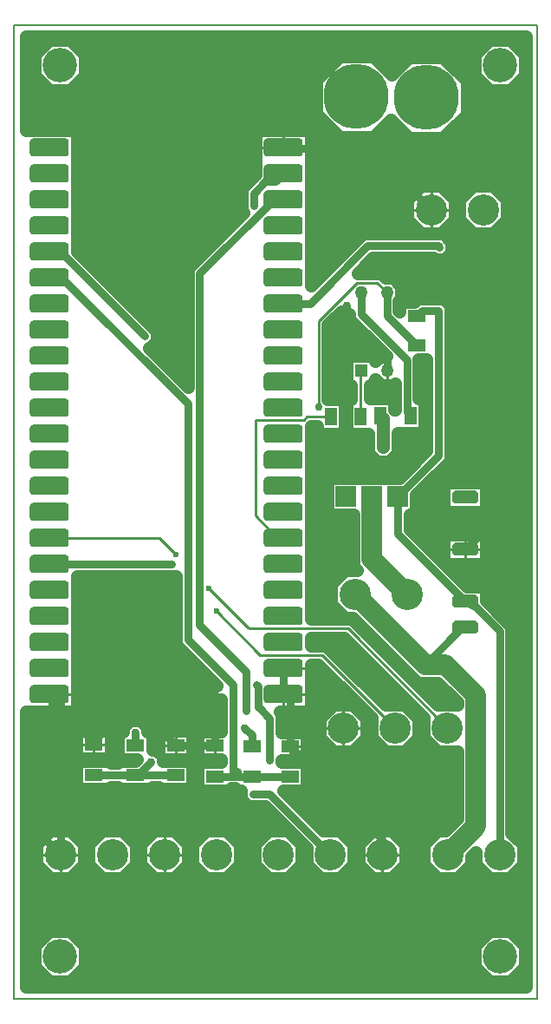
<source format=gbr>
G04 PROTEUS GERBER X2 FILE*
%TF.GenerationSoftware,Labcenter,Proteus,8.13-SP0-Build31525*%
%TF.CreationDate,2024-05-12T14:24:26+00:00*%
%TF.FileFunction,Copper,L2,Bot*%
%TF.FilePolarity,Positive*%
%TF.Part,Single*%
%TF.SameCoordinates,{a0f7e056-3ba2-47e4-9380-b7f19c802b0c}*%
%FSLAX45Y45*%
%MOMM*%
G01*
%TA.AperFunction,Conductor*%
%ADD10C,0.762000*%
%ADD11C,0.279400*%
%ADD23C,2.032000*%
%ADD12C,1.270000*%
%TA.AperFunction,ViaPad*%
%ADD13C,0.762000*%
%ADD14C,0.600000*%
%TA.AperFunction,Conductor*%
%ADD15C,0.254000*%
%AMPPAD006*
4,1,36,
-1.905000,-0.584200,
-1.905000,0.584200,
-1.898940,0.646520,
-1.881490,0.704160,
-1.853770,0.755980,
-1.816890,0.800890,
-1.771980,0.837760,
-1.720160,0.865480,
-1.662520,0.882930,
-1.600200,0.889000,
1.600200,0.889000,
1.662520,0.882930,
1.720160,0.865480,
1.771980,0.837760,
1.816890,0.800890,
1.853770,0.755980,
1.881490,0.704160,
1.898940,0.646520,
1.905000,0.584200,
1.905000,-0.584200,
1.898940,-0.646520,
1.881490,-0.704160,
1.853770,-0.755980,
1.816890,-0.800890,
1.771980,-0.837760,
1.720160,-0.865480,
1.662520,-0.882930,
1.600200,-0.889000,
-1.600200,-0.889000,
-1.662520,-0.882930,
-1.720160,-0.865480,
-1.771980,-0.837760,
-1.816890,-0.800890,
-1.853770,-0.755980,
-1.881490,-0.704160,
-1.898940,-0.646520,
-1.905000,-0.584200,
0*%
%TA.AperFunction,ComponentPad*%
%ADD16PPAD006*%
%TA.AperFunction,ComponentPad*%
%ADD17C,3.048000*%
%TA.AperFunction,SMDPad,CuDef*%
%ADD24R,1.803400X1.143000*%
%AMDIL008*
4,1,8,
-1.270000,0.381000,-1.016000,0.635000,1.016000,0.635000,1.270000,0.381000,1.270000,-0.381000,
1.016000,-0.635000,-1.016000,-0.635000,-1.270000,-0.381000,-1.270000,0.381000,
0*%
%TA.AperFunction,ComponentPad*%
%ADD18DIL008*%
%TA.AperFunction,ComponentPad*%
%ADD19R,2.032000X2.032000*%
%TA.AperFunction,ComponentPad*%
%ADD70R,1.270000X1.270000*%
%ADD71C,1.270000*%
%TA.AperFunction,SMDPad,CuDef*%
%ADD25R,1.143000X1.803400*%
%TA.AperFunction,OtherPad,Unknown*%
%ADD20C,3.352800*%
%ADD21C,6.350000*%
%TA.AperFunction,Profile*%
%ADD22C,0.203200*%
%TD.AperFunction*%
G36*
X+3002940Y-3238240D02*
X-1883540Y-3238240D01*
X-1883540Y-548639D01*
X-1381761Y-548639D01*
X-1381761Y+772161D01*
X-416839Y+772161D01*
X-416839Y+101605D01*
X-15585Y-299649D01*
X-70616Y-299649D01*
X-116600Y-345633D01*
X-116600Y-410665D01*
X-70616Y-456649D01*
X-5584Y-456649D01*
X+22861Y-428204D01*
X+22861Y-745211D01*
X-207009Y-745211D01*
X-207009Y-1016989D01*
X+22861Y-1016989D01*
X+22861Y-1045211D01*
X-207009Y-1045211D01*
X-207009Y-1316989D01*
X+130809Y-1316989D01*
X+130809Y-1297939D01*
X+161291Y-1297939D01*
X+161291Y-1316989D01*
X+218903Y-1316989D01*
X+218903Y-1402366D01*
X+287346Y-1470809D01*
X+454675Y-1470809D01*
X+861061Y-1877195D01*
X+861061Y-2038841D01*
X+996459Y-2174239D01*
X+1187941Y-2174239D01*
X+1323339Y-2038841D01*
X+1323339Y-1847359D01*
X+1187941Y-1711961D01*
X+1026295Y-1711961D01*
X+631323Y-1316989D01*
X+867409Y-1316989D01*
X+867409Y-1045211D01*
X+615535Y-1045211D01*
X+615535Y-1026989D01*
X+867409Y-1026989D01*
X+867409Y-755211D01*
X+615535Y-755211D01*
X+615535Y-567124D01*
X+597050Y-548639D01*
X+904239Y-548639D01*
X+904239Y-89478D01*
X+976368Y-89478D01*
X+1499005Y-612115D01*
X+1496861Y-614259D01*
X+1496861Y-805741D01*
X+1632259Y-941139D01*
X+1823741Y-941139D01*
X+1959139Y-805741D01*
X+1959139Y-614259D01*
X+1823741Y-478861D01*
X+1632259Y-478861D01*
X+1630115Y-481005D01*
X+1053170Y+95940D01*
X+904239Y+95940D01*
X+904239Y+166454D01*
X+1228436Y+166454D01*
X+2007005Y-612115D01*
X+2004861Y-614259D01*
X+2004861Y-805741D01*
X+2140259Y-941139D01*
X+2331741Y-941139D01*
X+2334898Y-937982D01*
X+2334898Y-1593066D01*
X+2216003Y-1711961D01*
X+2144159Y-1711961D01*
X+2008761Y-1847359D01*
X+2008761Y-2038841D01*
X+2144159Y-2174239D01*
X+2335641Y-2174239D01*
X+2471039Y-2038841D01*
X+2471039Y-1966997D01*
X+2516761Y-1921275D01*
X+2516761Y-2038841D01*
X+2652159Y-2174239D01*
X+2843641Y-2174239D01*
X+2979039Y-2038841D01*
X+2979039Y-1847359D01*
X+2864739Y-1733059D01*
X+2864739Y+282071D01*
X+2615239Y+531571D01*
X+2615239Y+668339D01*
X+2432495Y+668339D01*
X+2208973Y+891861D01*
X+2615239Y+891861D01*
X+2615239Y+1176339D01*
X+2203761Y+1176339D01*
X+2203761Y+897073D01*
X+1869439Y+1231395D01*
X+1869439Y+1369061D01*
X+1932939Y+1369061D01*
X+1932939Y+1564505D01*
X+2266839Y+1898405D01*
X+2266839Y+3408395D01*
X+2198395Y+3476839D01*
X+1940005Y+3476839D01*
X+1910305Y+3447139D01*
X+1770741Y+3447139D01*
X+1770741Y+3355393D01*
X+1764389Y+3361745D01*
X+1764389Y+3455533D01*
X+1789789Y+3480933D01*
X+1789789Y+3598767D01*
X+1706467Y+3682089D01*
X+1636421Y+3682089D01*
X+1589603Y+3728907D01*
X+1360460Y+3728907D01*
X+1508676Y+3877123D01*
X+2100296Y+3877123D01*
X+2114538Y+3862881D01*
X+2211330Y+3862881D01*
X+2279772Y+3931323D01*
X+2279772Y+4028115D01*
X+2197086Y+4110801D01*
X+1411886Y+4110801D01*
X+904239Y+3603154D01*
X+904239Y+5120639D01*
X+365761Y+5120639D01*
X+365761Y+4691545D01*
X+227075Y+4552859D01*
X+227075Y+4339286D01*
X+246802Y+4319559D01*
X-300000Y+3772757D01*
X-300000Y+2617732D01*
X-677590Y+2995322D01*
X-670123Y+2995322D01*
X-601680Y+3063765D01*
X-601680Y+3160557D01*
X-670124Y+3229000D01*
X-1381761Y+3940637D01*
X-1381761Y+5120639D01*
X-1883540Y+5120639D01*
X-1883540Y+6038240D01*
X+3002940Y+6038240D01*
X+3002940Y-3238240D01*
G37*
%LPC*%
G36*
X+210439Y-1847359D02*
X+210439Y-2038841D01*
X+75041Y-2174239D01*
X-116441Y-2174239D01*
X-251839Y-2038841D01*
X-251839Y-1847359D01*
X-116441Y-1711961D01*
X+75041Y-1711961D01*
X+210439Y-1847359D01*
G37*
G36*
X-297561Y-1847359D02*
X-297561Y-2038841D01*
X-432959Y-2174239D01*
X-624441Y-2174239D01*
X-759839Y-2038841D01*
X-759839Y-1847359D01*
X-624441Y-1711961D01*
X-432959Y-1711961D01*
X-297561Y-1847359D01*
G37*
G36*
X-805561Y-1847359D02*
X-805561Y-2038841D01*
X-940959Y-2174239D01*
X-1132441Y-2174239D01*
X-1267839Y-2038841D01*
X-1267839Y-1847359D01*
X-1132441Y-1711961D01*
X-940959Y-1711961D01*
X-805561Y-1847359D01*
G37*
G36*
X-1313561Y-1847359D02*
X-1313561Y-2038841D01*
X-1448959Y-2174239D01*
X-1640441Y-2174239D01*
X-1775839Y-2038841D01*
X-1775839Y-1847359D01*
X-1640441Y-1711961D01*
X-1448959Y-1711961D01*
X-1313561Y-1847359D01*
G37*
G36*
X-695961Y-700904D02*
X-695961Y-742511D01*
X-643891Y-742511D01*
X-643891Y-924561D01*
X-612004Y-924561D01*
X-588009Y-948556D01*
X-588009Y-740411D01*
X-250191Y-740411D01*
X-250191Y-1012189D01*
X-543561Y-1012189D01*
X-543561Y-1030411D01*
X-250191Y-1030411D01*
X-250191Y-1302189D01*
X-588009Y-1302189D01*
X-588009Y-1285239D01*
X-643891Y-1285239D01*
X-643891Y-1304289D01*
X-981709Y-1304289D01*
X-981709Y-1285239D01*
X-1050291Y-1285239D01*
X-1050291Y-1304289D01*
X-1388109Y-1304289D01*
X-1388109Y-1032511D01*
X-1050291Y-1032511D01*
X-1050291Y-1051561D01*
X-981709Y-1051561D01*
X-981709Y-1032511D01*
X-816745Y-1032511D01*
X-798523Y-1014289D01*
X-981709Y-1014289D01*
X-981709Y-742511D01*
X-929639Y-742511D01*
X-929639Y-700904D01*
X-861196Y-632461D01*
X-764404Y-632461D01*
X-695961Y-700904D01*
G37*
G36*
X-1050291Y-732511D02*
X-1050291Y-1004289D01*
X-1388109Y-1004289D01*
X-1388109Y-732511D01*
X-1050291Y-732511D01*
G37*
G36*
X+2203761Y+1399861D02*
X+2203761Y+1684339D01*
X+2615239Y+1684339D01*
X+2615239Y+1399861D01*
X+2203761Y+1399861D01*
G37*
G36*
X+353061Y-2038841D02*
X+353061Y-1847359D01*
X+488459Y-1711961D01*
X+679941Y-1711961D01*
X+815339Y-1847359D01*
X+815339Y-2038841D01*
X+679941Y-2174239D01*
X+488459Y-2174239D01*
X+353061Y-2038841D01*
G37*
G36*
X+1369061Y-2038841D02*
X+1369061Y-1847359D01*
X+1504459Y-1711961D01*
X+1695941Y-1711961D01*
X+1831339Y-1847359D01*
X+1831339Y-2038841D01*
X+1695941Y-2174239D01*
X+1504459Y-2174239D01*
X+1369061Y-2038841D01*
G37*
G36*
X+1849161Y+4250359D02*
X+1849161Y+4441841D01*
X+1984559Y+4577239D01*
X+2176041Y+4577239D01*
X+2311439Y+4441841D01*
X+2311439Y+4250359D01*
X+2176041Y+4114961D01*
X+1984559Y+4114961D01*
X+1849161Y+4250359D01*
G37*
G36*
X+2357161Y+4250359D02*
X+2357161Y+4441841D01*
X+2492559Y+4577239D01*
X+2684041Y+4577239D01*
X+2819439Y+4441841D01*
X+2819439Y+4250359D01*
X+2684041Y+4114961D01*
X+2492559Y+4114961D01*
X+2357161Y+4250359D01*
G37*
G36*
X-1796379Y+5657946D02*
X-1796379Y+5862054D01*
X-1652054Y+6006379D01*
X-1447946Y+6006379D01*
X-1303621Y+5862054D01*
X-1303621Y+5657946D01*
X-1447946Y+5513621D01*
X-1652054Y+5513621D01*
X-1796379Y+5657946D01*
G37*
G36*
X+2503621Y+5657946D02*
X+2503621Y+5862054D01*
X+2647946Y+6006379D01*
X+2852054Y+6006379D01*
X+2996379Y+5862054D01*
X+2996379Y+5657946D01*
X+2852054Y+5513621D01*
X+2647946Y+5513621D01*
X+2503621Y+5657946D01*
G37*
G36*
X-1796379Y-3042054D02*
X-1796379Y-2837946D01*
X-1652054Y-2693621D01*
X-1447946Y-2693621D01*
X-1303621Y-2837946D01*
X-1303621Y-3042054D01*
X-1447946Y-3186379D01*
X-1652054Y-3186379D01*
X-1796379Y-3042054D01*
G37*
G36*
X+2503621Y-3042054D02*
X+2503621Y-2837946D01*
X+2647946Y-2693621D01*
X+2852054Y-2693621D01*
X+2996379Y-2837946D01*
X+2996379Y-3042054D01*
X+2852054Y-3186379D01*
X+2647946Y-3186379D01*
X+2503621Y-3042054D01*
G37*
G36*
X+1695000Y+5665367D02*
X+1865872Y+5836239D01*
X+2194128Y+5836239D01*
X+2426239Y+5604128D01*
X+2426239Y+5275872D01*
X+2194128Y+5043761D01*
X+1865872Y+5043761D01*
X+1685000Y+5224633D01*
X+1514128Y+5053761D01*
X+1185872Y+5053761D01*
X+953761Y+5285872D01*
X+953761Y+5614128D01*
X+1185872Y+5846239D01*
X+1514128Y+5846239D01*
X+1695000Y+5665367D01*
G37*
G36*
X+988861Y-805741D02*
X+988861Y-614259D01*
X+1124259Y-478861D01*
X+1315741Y-478861D01*
X+1451139Y-614259D01*
X+1451139Y-805741D01*
X+1315741Y-941139D01*
X+1124259Y-941139D01*
X+988861Y-805741D01*
G37*
G36*
X-1798532Y-1340294D02*
X-1798532Y-1275262D01*
X-1752548Y-1229278D01*
X-1687516Y-1229278D01*
X-1641532Y-1275262D01*
X-1641532Y-1340294D01*
X-1687516Y-1386278D01*
X-1752548Y-1386278D01*
X-1798532Y-1340294D01*
G37*
G36*
X+2582004Y+2757300D02*
X+2582004Y+2825686D01*
X+2630361Y+2874043D01*
X+2698747Y+2874043D01*
X+2747104Y+2825686D01*
X+2747104Y+2757300D01*
X+2698747Y+2708943D01*
X+2630361Y+2708943D01*
X+2582004Y+2757300D01*
G37*
%LPD*%
G36*
X+1220285Y+3330222D02*
X+1282199Y+3330222D01*
X+1282199Y+3276966D01*
X+1639076Y+2920089D01*
X+1588633Y+2920089D01*
X+1535789Y+2867245D01*
X+1535789Y+2920089D01*
X+1251311Y+2920089D01*
X+1251311Y+2635611D01*
X+1295041Y+2635611D01*
X+1295041Y+2496459D01*
X+1251861Y+2496459D01*
X+1251861Y+2158641D01*
X+1464659Y+2158641D01*
X+1464659Y+1972795D01*
X+1547981Y+1889473D01*
X+1665815Y+1889473D01*
X+1749137Y+1972795D01*
X+1749137Y+2164441D01*
X+2012039Y+2164441D01*
X+2012039Y+2502259D01*
X+1958339Y+2502259D01*
X+1958339Y+2885361D01*
X+2033161Y+2885361D01*
X+2033161Y+1995195D01*
X+1767705Y+1729739D01*
X+1075833Y+1729739D01*
X+1113248Y+1767154D01*
X+1113248Y+1832186D01*
X+1067264Y+1878170D01*
X+1002232Y+1878170D01*
X+956248Y+1832186D01*
X+956248Y+1767154D01*
X+1002232Y+1721170D01*
X+1064261Y+1721170D01*
X+1064261Y+1369061D01*
X+1318261Y+1369061D01*
X+1318261Y+865103D01*
X+1355325Y+828039D01*
X+1237759Y+828039D01*
X+1102361Y+692641D01*
X+1102361Y+501159D01*
X+1237759Y+365761D01*
X+1309603Y+365761D01*
X+1839861Y-164497D01*
X+1839861Y-164499D01*
X+1945501Y-270139D01*
X+2145103Y-270139D01*
X+2334898Y-459934D01*
X+2334898Y-482018D01*
X+2331741Y-478861D01*
X+2140259Y-478861D01*
X+2138115Y-481005D01*
X+1305238Y+351872D01*
X+904239Y+351872D01*
X+904239Y+2233564D01*
X+905516Y+2234841D01*
X+961861Y+2234841D01*
X+961861Y+2158641D01*
X+1233639Y+2158641D01*
X+1233639Y+2496459D01*
X+1070845Y+2496459D01*
X+1070845Y+3222609D01*
X+1199372Y+3351136D01*
X+1220285Y+3330222D01*
G37*
G36*
X+1588633Y+2635611D02*
X+1706467Y+2635611D01*
X+1724661Y+2653805D01*
X+1724661Y+2395995D01*
X+1722039Y+2398617D01*
X+1722039Y+2502259D01*
X+1480459Y+2502259D01*
X+1480459Y+2635611D01*
X+1535789Y+2635611D01*
X+1535789Y+2688455D01*
X+1588633Y+2635611D01*
G37*
D10*
X+635000Y-381000D02*
X+635000Y-92923D01*
X+658585Y-69338D01*
X+635000Y-127000D01*
X-38100Y-881100D02*
X-42900Y-876300D01*
X-419100Y-876300D01*
X-1219200Y-868400D02*
X-1219200Y-847272D01*
X-419100Y-876300D02*
X-698500Y-596900D01*
X-711200Y-596900D01*
X-932543Y-596900D01*
X-955523Y-573920D01*
X-1219200Y-837597D01*
X-1219200Y-847272D01*
X-1219200Y-1168400D02*
X-812800Y-1168400D01*
X+330200Y-1181100D02*
X+698500Y-1181100D01*
D11*
X-1705784Y-127000D02*
X-1651000Y-127000D01*
D10*
X-1651000Y+1143000D02*
X-1734092Y+1143000D01*
X-1544700Y-1943100D02*
X-1544700Y-521772D01*
X-1544700Y-456935D01*
X-1596803Y-404832D01*
X-1651000Y-381000D01*
X-1219200Y-847272D02*
X-1544700Y-521772D01*
X-1596572Y-469900D01*
X-1651000Y-381000D01*
X-812800Y-749300D02*
X-812800Y-878400D01*
X+255689Y-708030D02*
X+330200Y-782541D01*
X+330200Y-891100D01*
X+139700Y-1181100D02*
X+189280Y-1131520D01*
X-38100Y-1181100D02*
X+139700Y-1181100D01*
X+330200Y-1181100D01*
X-1651000Y+3937000D02*
X-1543358Y+3937000D01*
X-718519Y+3112161D01*
X-660400Y-1041400D02*
X-787400Y-1168400D01*
X-812800Y-1168400D01*
X-787400Y-1168400D02*
X-421200Y-1168400D01*
X-419100Y-1166300D01*
D23*
X+1333500Y+596900D02*
X+1890301Y+40099D01*
X+1841500Y+596900D02*
X+1498600Y+939800D01*
X+1498600Y+1549400D01*
D11*
X+1097750Y+2327550D02*
X+867115Y+2327550D01*
X+834552Y+2294987D01*
X+361431Y+2294987D01*
X+360775Y+2295643D01*
X+360775Y+1360781D01*
X+578556Y+1143000D01*
X+635000Y+1143000D01*
X+978136Y+2419115D02*
X+978136Y+3261010D01*
X+1353324Y+3636198D01*
X+1551202Y+3636198D01*
X+1647550Y+3539850D01*
X+1387750Y+2327550D02*
X+1387750Y+2772050D01*
X+1393550Y+2777850D01*
D10*
X+1647550Y+3539850D02*
X+1647550Y+3313350D01*
X+1939650Y+3021250D01*
X+1876150Y+2333350D02*
X+1841500Y+2368000D01*
X+1841500Y+2882899D01*
X+1399038Y+3325361D01*
X+1399038Y+3534362D01*
X+1393550Y+3539850D01*
X+635000Y+4699000D02*
X+557245Y+4621245D01*
X+460695Y+4621245D01*
X+343914Y+4504464D01*
X+343914Y+4387682D01*
X+372000Y-287618D02*
X+390672Y-306290D01*
X+390672Y-507495D01*
X+395051Y-511874D01*
X+498696Y-615519D01*
X+498696Y-1020847D01*
X+698500Y-891100D02*
X+698500Y-444500D01*
X+635000Y-381000D01*
X-38100Y-881100D02*
X-38100Y-378149D01*
X+1034748Y+1799670D02*
X+1225480Y+1990402D01*
X+1225480Y+2222228D01*
X+1225480Y+3298524D01*
X+1254478Y+3327522D01*
X+1522000Y+3060000D01*
X+1647550Y+2777850D02*
X+1647550Y+2934450D01*
X+1522000Y+3060000D01*
X+1254478Y+3327522D02*
X+1254478Y+3412772D01*
X+635000Y+3429000D02*
X+895319Y+3429000D01*
X+1460281Y+3993962D01*
X+2148691Y+3993962D01*
X+2162934Y+3979719D01*
X-1544700Y-1943100D02*
X-1720032Y-1767768D01*
X-1720032Y-1307778D01*
X+635000Y+4953000D02*
X+635000Y+4943000D01*
X+1483400Y+4943000D01*
X+2080300Y+4346100D01*
X-1651000Y+4953000D02*
X-1567859Y+4953000D01*
X+698500Y-891100D02*
X+1600200Y-1792800D01*
X+1600200Y-1943100D01*
X+2747900Y-1943100D02*
X+2747900Y+233676D01*
X+2518976Y+462600D01*
X+2409500Y+526100D01*
X+2020200Y-89800D02*
X+2382100Y+272100D01*
X+2409500Y+272100D01*
D23*
X+1890301Y+40099D02*
X+2020200Y-89800D01*
D10*
X+1752600Y+1549400D02*
X+1752600Y+1183000D01*
X+2409500Y+526100D01*
X+2409500Y+1034100D02*
X+2664554Y+1289154D01*
X+2664554Y+2791493D01*
X+1752600Y+1549400D02*
X+2150000Y+1946800D01*
X+2150000Y+3360000D01*
X+1988400Y+3360000D01*
X+1939650Y+3311250D01*
D12*
X+1606898Y+2031712D02*
X+1606898Y+2312602D01*
X+1586150Y+2333350D01*
D23*
X+2020200Y-89800D02*
X+2219800Y-89800D01*
X+2515237Y-385237D01*
X+2515237Y-1667763D01*
X+2239900Y-1943100D01*
D10*
X-1651000Y+3683000D02*
X-1530502Y+3683000D01*
X-300000Y+2452498D01*
X-300000Y+150000D01*
X+139700Y-289700D01*
X+139700Y-1181100D01*
X+1092200Y-1943100D02*
X+503070Y-1353970D01*
X+335742Y-1353970D01*
X+272000Y-540000D02*
X+272000Y-162000D01*
X-183161Y+293161D01*
X-183161Y+3724362D01*
X+537477Y+4445000D01*
X+635000Y+4445000D01*
X-1651000Y+889000D02*
X-457968Y+889000D01*
X-454756Y+892212D01*
D11*
X-20000Y+430000D02*
X+406769Y+3231D01*
X+412814Y+3231D01*
X+1014769Y+3231D01*
X+1728000Y-710000D01*
X+2236000Y-710000D02*
X+1266837Y+259163D01*
X+300837Y+259163D01*
X+290000Y+270000D01*
X-89391Y+649391D01*
X-89391Y+655133D01*
X-412927Y+978669D02*
X-577258Y+1143000D01*
X-1651000Y+1143000D01*
D13*
X-812800Y-749300D03*
X+255689Y-708030D03*
X-718519Y+3112161D03*
X-660400Y-1041400D03*
X+978136Y+2419115D03*
X+1254478Y+3412772D03*
D14*
X+343914Y+4387682D03*
X+372000Y-287618D03*
X+498696Y-1020847D03*
X-38100Y-378149D03*
X+1034748Y+1799670D03*
X+2162934Y+3979719D03*
X-1720032Y-1307778D03*
D13*
X+2664554Y+2791493D03*
X+1606898Y+2031712D03*
D14*
X+335742Y-1353970D03*
X+272000Y-540000D03*
X-454756Y+892212D03*
X-20000Y+430000D03*
X-89391Y+655133D03*
X-412927Y+978669D03*
D12*
X+3002940Y-3238240D02*
X-1883540Y-3238240D01*
X-1883540Y-548639D01*
X-1381761Y-548639D01*
X-1381761Y+772161D01*
X-416839Y+772161D01*
X-416839Y+101605D01*
X-15585Y-299649D01*
X-70616Y-299649D01*
X-116600Y-345633D01*
X-116600Y-410665D01*
X-70616Y-456649D01*
X-5584Y-456649D01*
X+22861Y-428204D01*
X+22861Y-745211D01*
X-207009Y-745211D01*
X-207009Y-1016989D01*
X+22861Y-1016989D01*
X+22861Y-1045211D01*
X-207009Y-1045211D01*
X-207009Y-1316989D01*
X+130809Y-1316989D01*
X+130809Y-1297939D01*
X+161291Y-1297939D01*
X+161291Y-1316989D01*
X+218903Y-1316989D01*
X+218903Y-1402366D01*
X+287346Y-1470809D01*
X+454675Y-1470809D01*
X+861061Y-1877195D01*
X+861061Y-2038841D01*
X+996459Y-2174239D01*
X+1187941Y-2174239D01*
X+1323339Y-2038841D01*
X+1323339Y-1847359D01*
X+1187941Y-1711961D01*
X+1026295Y-1711961D01*
X+631323Y-1316989D01*
X+867409Y-1316989D01*
X+867409Y-1045211D01*
X+615535Y-1045211D01*
X+615535Y-1026989D01*
X+867409Y-1026989D01*
X+867409Y-755211D01*
X+615535Y-755211D01*
X+615535Y-567124D01*
X+597050Y-548639D01*
X+904239Y-548639D01*
X+904239Y-89478D01*
X+976368Y-89478D01*
X+1499005Y-612115D01*
X+1496861Y-614259D01*
X+1496861Y-805741D01*
X+1632259Y-941139D01*
X+1823741Y-941139D01*
X+1959139Y-805741D01*
X+1959139Y-614259D01*
X+1823741Y-478861D01*
X+1632259Y-478861D01*
X+1630115Y-481005D01*
X+1053170Y+95940D01*
X+904239Y+95940D01*
X+904239Y+166454D01*
X+1228436Y+166454D01*
X+2007005Y-612115D01*
X+2004861Y-614259D01*
X+2004861Y-805741D01*
X+2140259Y-941139D01*
X+2331741Y-941139D01*
X+2334898Y-937982D01*
X+2334898Y-1593066D01*
X+2216003Y-1711961D01*
X+2144159Y-1711961D01*
X+2008761Y-1847359D01*
X+2008761Y-2038841D01*
X+2144159Y-2174239D01*
X+2335641Y-2174239D01*
X+2471039Y-2038841D01*
X+2471039Y-1966997D01*
X+2516761Y-1921275D01*
X+2516761Y-2038841D01*
X+2652159Y-2174239D01*
X+2843641Y-2174239D01*
X+2979039Y-2038841D01*
X+2979039Y-1847359D01*
X+2864739Y-1733059D01*
X+2864739Y+282071D01*
X+2615239Y+531571D01*
X+2615239Y+668339D01*
X+2432495Y+668339D01*
X+2208973Y+891861D01*
X+2615239Y+891861D01*
X+2615239Y+1176339D01*
X+2203761Y+1176339D01*
X+2203761Y+897073D01*
X+1869439Y+1231395D01*
X+1869439Y+1369061D01*
X+1932939Y+1369061D01*
X+1932939Y+1564505D01*
X+2266839Y+1898405D01*
X+2266839Y+3408395D01*
X+2198395Y+3476839D01*
X+1940005Y+3476839D01*
X+1910305Y+3447139D01*
X+1770741Y+3447139D01*
X+1770741Y+3355393D01*
X+1764389Y+3361745D01*
X+1764389Y+3455533D01*
X+1789789Y+3480933D01*
X+1789789Y+3598767D01*
X+1706467Y+3682089D01*
X+1636421Y+3682089D01*
X+1589603Y+3728907D01*
X+1360460Y+3728907D01*
X+1508676Y+3877123D01*
X+2100296Y+3877123D01*
X+2114538Y+3862881D01*
X+2211330Y+3862881D01*
X+2279772Y+3931323D01*
X+2279772Y+4028115D01*
X+2197086Y+4110801D01*
X+1411886Y+4110801D01*
X+904239Y+3603154D01*
X+904239Y+5120639D01*
X+365761Y+5120639D01*
X+365761Y+4691545D01*
X+227075Y+4552859D01*
X+227075Y+4339286D01*
X+246802Y+4319559D01*
X-300000Y+3772757D01*
X-300000Y+2617732D01*
X-677590Y+2995322D01*
X-670123Y+2995322D01*
X-601680Y+3063765D01*
X-601680Y+3160557D01*
X-670124Y+3229000D01*
X-1381761Y+3940637D01*
X-1381761Y+5120639D01*
X-1883540Y+5120639D01*
X-1883540Y+6038240D01*
X+3002940Y+6038240D01*
X+3002940Y-3238240D01*
X+210439Y-1847359D02*
X+210439Y-2038841D01*
X+75041Y-2174239D01*
X-116441Y-2174239D01*
X-251839Y-2038841D01*
X-251839Y-1847359D01*
X-116441Y-1711961D01*
X+75041Y-1711961D01*
X+210439Y-1847359D01*
X-297561Y-1847359D02*
X-297561Y-2038841D01*
X-432959Y-2174239D01*
X-624441Y-2174239D01*
X-759839Y-2038841D01*
X-759839Y-1847359D01*
X-624441Y-1711961D01*
X-432959Y-1711961D01*
X-297561Y-1847359D01*
X-805561Y-1847359D02*
X-805561Y-2038841D01*
X-940959Y-2174239D01*
X-1132441Y-2174239D01*
X-1267839Y-2038841D01*
X-1267839Y-1847359D01*
X-1132441Y-1711961D01*
X-940959Y-1711961D01*
X-805561Y-1847359D01*
X-1313561Y-1847359D02*
X-1313561Y-2038841D01*
X-1448959Y-2174239D01*
X-1640441Y-2174239D01*
X-1775839Y-2038841D01*
X-1775839Y-1847359D01*
X-1640441Y-1711961D01*
X-1448959Y-1711961D01*
X-1313561Y-1847359D01*
X-695961Y-700904D02*
X-695961Y-742511D01*
X-643891Y-742511D01*
X-643891Y-924561D01*
X-612004Y-924561D01*
X-588009Y-948556D01*
X-588009Y-740411D01*
X-250191Y-740411D01*
X-250191Y-1012189D01*
X-543561Y-1012189D01*
X-543561Y-1030411D01*
X-250191Y-1030411D01*
X-250191Y-1302189D01*
X-588009Y-1302189D01*
X-588009Y-1285239D01*
X-643891Y-1285239D01*
X-643891Y-1304289D01*
X-981709Y-1304289D01*
X-981709Y-1285239D01*
X-1050291Y-1285239D01*
X-1050291Y-1304289D01*
X-1388109Y-1304289D01*
X-1388109Y-1032511D01*
X-1050291Y-1032511D01*
X-1050291Y-1051561D01*
X-981709Y-1051561D01*
X-981709Y-1032511D01*
X-816745Y-1032511D01*
X-798523Y-1014289D01*
X-981709Y-1014289D01*
X-981709Y-742511D01*
X-929639Y-742511D01*
X-929639Y-700904D01*
X-861196Y-632461D01*
X-764404Y-632461D01*
X-695961Y-700904D01*
X-1050291Y-732511D02*
X-1050291Y-1004289D01*
X-1388109Y-1004289D01*
X-1388109Y-732511D01*
X-1050291Y-732511D01*
X+2203761Y+1399861D02*
X+2203761Y+1684339D01*
X+2615239Y+1684339D01*
X+2615239Y+1399861D01*
X+2203761Y+1399861D01*
X+353061Y-2038841D02*
X+353061Y-1847359D01*
X+488459Y-1711961D01*
X+679941Y-1711961D01*
X+815339Y-1847359D01*
X+815339Y-2038841D01*
X+679941Y-2174239D01*
X+488459Y-2174239D01*
X+353061Y-2038841D01*
X+1369061Y-2038841D02*
X+1369061Y-1847359D01*
X+1504459Y-1711961D01*
X+1695941Y-1711961D01*
X+1831339Y-1847359D01*
X+1831339Y-2038841D01*
X+1695941Y-2174239D01*
X+1504459Y-2174239D01*
X+1369061Y-2038841D01*
X+1849161Y+4250359D02*
X+1849161Y+4441841D01*
X+1984559Y+4577239D01*
X+2176041Y+4577239D01*
X+2311439Y+4441841D01*
X+2311439Y+4250359D01*
X+2176041Y+4114961D01*
X+1984559Y+4114961D01*
X+1849161Y+4250359D01*
X+2357161Y+4250359D02*
X+2357161Y+4441841D01*
X+2492559Y+4577239D01*
X+2684041Y+4577239D01*
X+2819439Y+4441841D01*
X+2819439Y+4250359D01*
X+2684041Y+4114961D01*
X+2492559Y+4114961D01*
X+2357161Y+4250359D01*
X-1796379Y+5657946D02*
X-1796379Y+5862054D01*
X-1652054Y+6006379D01*
X-1447946Y+6006379D01*
X-1303621Y+5862054D01*
X-1303621Y+5657946D01*
X-1447946Y+5513621D01*
X-1652054Y+5513621D01*
X-1796379Y+5657946D01*
X+2503621Y+5657946D02*
X+2503621Y+5862054D01*
X+2647946Y+6006379D01*
X+2852054Y+6006379D01*
X+2996379Y+5862054D01*
X+2996379Y+5657946D01*
X+2852054Y+5513621D01*
X+2647946Y+5513621D01*
X+2503621Y+5657946D01*
X-1796379Y-3042054D02*
X-1796379Y-2837946D01*
X-1652054Y-2693621D01*
X-1447946Y-2693621D01*
X-1303621Y-2837946D01*
X-1303621Y-3042054D01*
X-1447946Y-3186379D01*
X-1652054Y-3186379D01*
X-1796379Y-3042054D01*
X+2503621Y-3042054D02*
X+2503621Y-2837946D01*
X+2647946Y-2693621D01*
X+2852054Y-2693621D01*
X+2996379Y-2837946D01*
X+2996379Y-3042054D01*
X+2852054Y-3186379D01*
X+2647946Y-3186379D01*
X+2503621Y-3042054D01*
X+1695000Y+5665367D02*
X+1865872Y+5836239D01*
X+2194128Y+5836239D01*
X+2426239Y+5604128D01*
X+2426239Y+5275872D01*
X+2194128Y+5043761D01*
X+1865872Y+5043761D01*
X+1685000Y+5224633D01*
X+1514128Y+5053761D01*
X+1185872Y+5053761D01*
X+953761Y+5285872D01*
X+953761Y+5614128D01*
X+1185872Y+5846239D01*
X+1514128Y+5846239D01*
X+1695000Y+5665367D01*
X+988861Y-805741D02*
X+988861Y-614259D01*
X+1124259Y-478861D01*
X+1315741Y-478861D01*
X+1451139Y-614259D01*
X+1451139Y-805741D01*
X+1315741Y-941139D01*
X+1124259Y-941139D01*
X+988861Y-805741D01*
X-1798532Y-1340294D02*
X-1798532Y-1275262D01*
X-1752548Y-1229278D01*
X-1687516Y-1229278D01*
X-1641532Y-1275262D01*
X-1641532Y-1340294D01*
X-1687516Y-1386278D01*
X-1752548Y-1386278D01*
X-1798532Y-1340294D01*
X+2582004Y+2757300D02*
X+2582004Y+2825686D01*
X+2630361Y+2874043D01*
X+2698747Y+2874043D01*
X+2747104Y+2825686D01*
X+2747104Y+2757300D01*
X+2698747Y+2708943D01*
X+2630361Y+2708943D01*
X+2582004Y+2757300D01*
X+1220285Y+3330222D02*
X+1282199Y+3330222D01*
X+1282199Y+3276966D01*
X+1639076Y+2920089D01*
X+1588633Y+2920089D01*
X+1535789Y+2867245D01*
X+1535789Y+2920089D01*
X+1251311Y+2920089D01*
X+1251311Y+2635611D01*
X+1295041Y+2635611D01*
X+1295041Y+2496459D01*
X+1251861Y+2496459D01*
X+1251861Y+2158641D01*
X+1464659Y+2158641D01*
X+1464659Y+1972795D01*
X+1547981Y+1889473D01*
X+1665815Y+1889473D01*
X+1749137Y+1972795D01*
X+1749137Y+2164441D01*
X+2012039Y+2164441D01*
X+2012039Y+2502259D01*
X+1958339Y+2502259D01*
X+1958339Y+2885361D01*
X+2033161Y+2885361D01*
X+2033161Y+1995195D01*
X+1767705Y+1729739D01*
X+1075833Y+1729739D01*
X+1113248Y+1767154D01*
X+1113248Y+1832186D01*
X+1067264Y+1878170D01*
X+1002232Y+1878170D01*
X+956248Y+1832186D01*
X+956248Y+1767154D01*
X+1002232Y+1721170D01*
X+1064261Y+1721170D01*
X+1064261Y+1369061D01*
X+1318261Y+1369061D01*
X+1318261Y+865103D01*
X+1355325Y+828039D01*
X+1237759Y+828039D01*
X+1102361Y+692641D01*
X+1102361Y+501159D01*
X+1237759Y+365761D01*
X+1309603Y+365761D01*
X+1839861Y-164497D01*
X+1839861Y-164499D01*
X+1945501Y-270139D01*
X+2145103Y-270139D01*
X+2334898Y-459934D01*
X+2334898Y-482018D01*
X+2331741Y-478861D01*
X+2140259Y-478861D01*
X+2138115Y-481005D01*
X+1305238Y+351872D01*
X+904239Y+351872D01*
X+904239Y+2233564D01*
X+905516Y+2234841D01*
X+961861Y+2234841D01*
X+961861Y+2158641D01*
X+1233639Y+2158641D01*
X+1233639Y+2496459D01*
X+1070845Y+2496459D01*
X+1070845Y+3222609D01*
X+1199372Y+3351136D01*
X+1220285Y+3330222D01*
X+1588633Y+2635611D02*
X+1706467Y+2635611D01*
X+1724661Y+2653805D01*
X+1724661Y+2395995D01*
X+1722039Y+2398617D01*
X+1722039Y+2502259D01*
X+1480459Y+2502259D01*
X+1480459Y+2635611D01*
X+1535789Y+2635611D01*
X+1535789Y+2688455D01*
X+1588633Y+2635611D01*
D15*
X-1651000Y-548639D02*
X-1651000Y-381000D01*
X-1381761Y-381000D02*
X-1651000Y-381000D01*
X+635000Y-548639D02*
X+635000Y-381000D01*
X+904239Y-381000D02*
X+635000Y-381000D01*
X+904239Y-127000D02*
X+635000Y-127000D01*
X+635000Y+5120639D02*
X+635000Y+4953000D01*
X+365761Y+4953000D02*
X+635000Y+4953000D01*
X+904239Y+4953000D02*
X+635000Y+4953000D01*
X-297561Y-1943100D02*
X-528700Y-1943100D01*
X-759839Y-1943100D02*
X-528700Y-1943100D01*
X-528700Y-1711961D02*
X-528700Y-1943100D01*
X-528700Y-2174239D02*
X-528700Y-1943100D01*
X-1313561Y-1943100D02*
X-1544700Y-1943100D01*
X-1775839Y-1943100D02*
X-1544700Y-1943100D01*
X-1544700Y-1711961D02*
X-1544700Y-1943100D01*
X-1544700Y-2174239D02*
X-1544700Y-1943100D01*
X-419100Y-740411D02*
X-419100Y-876300D01*
X-419100Y-1012189D02*
X-419100Y-876300D01*
X-588009Y-876300D02*
X-419100Y-876300D01*
X-250191Y-876300D02*
X-419100Y-876300D01*
X-1219200Y-732511D02*
X-1219200Y-868400D01*
X-1219200Y-1004289D02*
X-1219200Y-868400D01*
X-1388109Y-868400D02*
X-1219200Y-868400D01*
X-1050291Y-868400D02*
X-1219200Y-868400D01*
X-38100Y-745211D02*
X-38100Y-881100D01*
X-38100Y-1016989D02*
X-38100Y-881100D01*
X-207009Y-881100D02*
X-38100Y-881100D01*
X+698500Y-755211D02*
X+698500Y-891100D01*
X+698500Y-1026989D02*
X+698500Y-891100D01*
X+867409Y-891100D02*
X+698500Y-891100D01*
X+2409500Y+891861D02*
X+2409500Y+1034100D01*
X+2409500Y+1176339D02*
X+2409500Y+1034100D01*
X+2615239Y+1034100D02*
X+2409500Y+1034100D01*
X+2203761Y+1034100D02*
X+2409500Y+1034100D01*
X+1369061Y-1943100D02*
X+1600200Y-1943100D01*
X+1831339Y-1943100D02*
X+1600200Y-1943100D01*
X+1600200Y-2174239D02*
X+1600200Y-1943100D01*
X+1600200Y-1711961D02*
X+1600200Y-1943100D01*
X+1849161Y+4346100D02*
X+2080300Y+4346100D01*
X+2311439Y+4346100D02*
X+2080300Y+4346100D01*
X+2080300Y+4114961D02*
X+2080300Y+4346100D01*
X+2080300Y+4577239D02*
X+2080300Y+4346100D01*
X+1647550Y+2635611D02*
X+1647550Y+2777850D01*
X+988861Y-710000D02*
X+1220000Y-710000D01*
X+1451139Y-710000D02*
X+1220000Y-710000D01*
X+1220000Y-941139D02*
X+1220000Y-710000D01*
X+1220000Y-478861D02*
X+1220000Y-710000D01*
D16*
X-1651000Y+4953000D03*
X-1651000Y+4699000D03*
X-1651000Y+4445000D03*
X-1651000Y+4191000D03*
X-1651000Y+3937000D03*
X-1651000Y+3683000D03*
X-1651000Y+3429000D03*
X-1651000Y+3175000D03*
X-1651000Y+2921000D03*
X-1651000Y+2667000D03*
X-1651000Y+2413000D03*
X-1651000Y+2159000D03*
X-1651000Y+1905000D03*
X-1651000Y+1651000D03*
X-1651000Y+1397000D03*
X-1651000Y+1143000D03*
X-1651000Y+889000D03*
X-1651000Y+635000D03*
X-1651000Y+381000D03*
X-1651000Y+127000D03*
X-1651000Y-127000D03*
X-1651000Y-381000D03*
X+635000Y-381000D03*
X+635000Y-127000D03*
X+635000Y+127000D03*
X+635000Y+381000D03*
X+635000Y+635000D03*
X+635000Y+889000D03*
X+635000Y+1143000D03*
X+635000Y+1397000D03*
X+635000Y+1651000D03*
X+635000Y+1905000D03*
X+635000Y+2159000D03*
X+635000Y+2413000D03*
X+635000Y+2667000D03*
X+635000Y+2921000D03*
X+635000Y+3175000D03*
X+635000Y+3429000D03*
X+635000Y+3683000D03*
X+635000Y+3937000D03*
X+635000Y+4191000D03*
X+635000Y+4445000D03*
X+635000Y+4699000D03*
X+635000Y+4953000D03*
D17*
X-20700Y-1943100D03*
X-528700Y-1943100D03*
X-1036700Y-1943100D03*
X-1544700Y-1943100D03*
D24*
X-812800Y-1168400D03*
X-812800Y-878400D03*
X-419100Y-1166300D03*
X-419100Y-876300D03*
X-1219200Y-1168400D03*
X-1219200Y-868400D03*
X-38100Y-1181100D03*
X-38100Y-881100D03*
X+330200Y-1181100D03*
X+330200Y-891100D03*
X+698500Y-1181100D03*
X+698500Y-891100D03*
D17*
X+2747900Y-1943100D03*
X+2239900Y-1943100D03*
D18*
X+2409500Y+272100D03*
X+2409500Y+526100D03*
X+2409500Y+1034100D03*
X+2409500Y+1542100D03*
D17*
X+584200Y-1943100D03*
X+1092200Y-1943100D03*
X+1600200Y-1943100D03*
X+2080300Y+4346100D03*
X+2588300Y+4346100D03*
X+1333500Y+596900D03*
X+1841500Y+596900D03*
D19*
X+1244600Y+1549400D03*
X+1498600Y+1549400D03*
X+1752600Y+1549400D03*
D70*
X+1393550Y+2777850D03*
D71*
X+1647550Y+2777850D03*
X+1647550Y+3539850D03*
X+1393550Y+3539850D03*
D24*
X+1939650Y+3311250D03*
X+1939650Y+3021250D03*
D25*
X+1097750Y+2327550D03*
X+1387750Y+2327550D03*
X+1876150Y+2333350D03*
X+1586150Y+2333350D03*
D20*
X-1550000Y+5760000D03*
X+2750000Y+5760000D03*
X-1550000Y-2940000D03*
X+2750000Y-2940000D03*
D21*
X+2030000Y+5440000D03*
X+1350000Y+5450000D03*
D17*
X+1220000Y-710000D03*
X+1728000Y-710000D03*
X+2236000Y-710000D03*
D22*
X-1995300Y-3350000D02*
X+3114700Y-3350000D01*
X+3114700Y+6150000D01*
X-1995300Y+6150000D01*
X-1995300Y-3350000D01*
M02*

</source>
